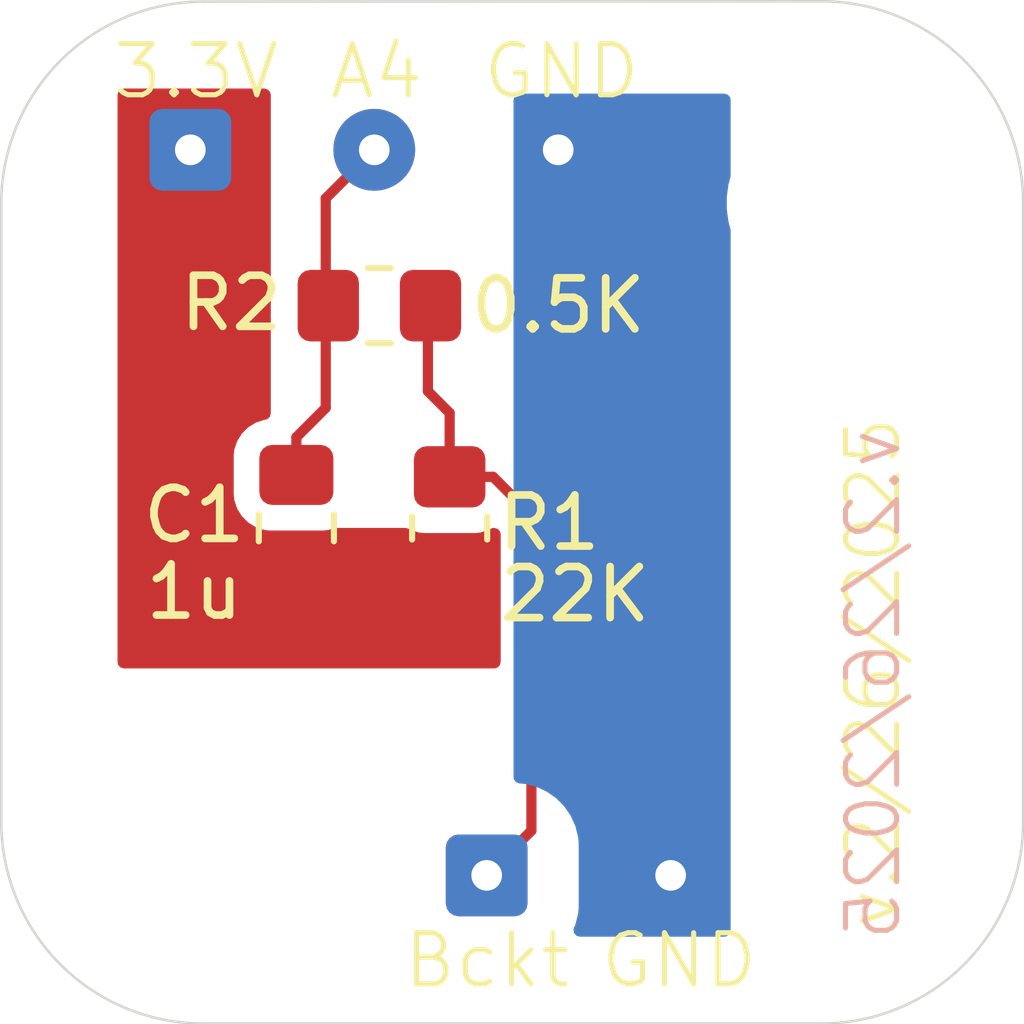
<source format=kicad_pcb>
(kicad_pcb (version 20241229) (generator "pcbnew") (generator_version "9.0")
  (layers (0 "F.Cu" signal) (2 "B.Cu" signal) (13 "F.Paste" user) (15 "B.Paste" user) (5 "F.SilkS" user "F.Silkscreen") (7 "B.SilkS" user "B.Silkscreen") (1 "F.Mask" user) (3 "B.Mask" user) (25 "Edge.Cuts" user))
  (net 0 "")
  (net 1 "A4")
  (net 2 "3.3V")
  (net 3 "/GND")
  (net 4 "Bckt_IN")
  (footprint "Capacitor_SMD:C_0805_2012Metric_Pad1.18x1.45mm_HandSolder" (layer "F.Cu") (at 142.125 95.5 90)
    (property "Reference" "C1" (at 0.25 -2 180) (layer "F.SilkS"))
    (property "Value" "1u" (at -1.25 -2 180) (layer "F.SilkS"))
    (fp_line (start -0.261252 -0.735) (end 0.261252 -0.735) (stroke (width 0.12)) (layer "F.SilkS"))
    (fp_line (start -0.261252 0.735) (end 0.261252 0.735) (stroke (width 0.12)) (layer "F.SilkS"))
    (pad "1" smd roundrect (at -1.0375 0 90) (size 1.175 1.45) (layers "F.Cu" "F.Mask" "F.Paste") (roundrect_rratio 0.212766) (net 2 "3.3V"))
    (pad "2" smd roundrect (at 1.0375 0 90) (size 1.175 1.45) (layers "F.Cu" "F.Mask" "F.Paste") (roundrect_rratio 0.212766) (net 1 "A4"))
  )
  (footprint "MountingHole:MountingHole_3.2mm_M3" (layer "F.Cu") (at 152.4 89.143072)
    (property "Reference" "H1" (hide yes))
    (property "Value" "MountingHole" (hide yes))
    (pad "" np_thru_hole circle (at 0 0) (size 3.2 3.2) (drill 3.2) (layers "*.Cu" "*.Mask"))
  )
  (footprint "Connector_Wire:SolderWire-0.1sqmm_1x03_P3.6mm_D0.4mm_OD1mm" (layer "F.Cu") (at 140.05 88.1)
    (property "Reference" "J1" (hide yes))
    (property "Value" "SolderWire 3POS" (hide yes))
    (pad "1" thru_hole roundrect (at 0 0) (size 1.6 1.6) (drill 0.6) (layers "*.Cu" "*.Mask") (roundrect_rratio 0.15625) (net 2 "3.3V"))
    (pad "2" thru_hole circle (at 3.6 0) (size 1.6 1.6) (drill 0.6) (layers "*.Cu" "*.Mask") (net 1 "A4"))
    (pad "3" thru_hole circle (at 7.2 0) (size 1.6 1.6) (drill 0.6) (layers "*.Cu" "*.Mask") (net 3 "/GND"))
  )
  (footprint "MountingHole:MountingHole_3.2mm_M3" (layer "F.Cu") (at 140.3 101.2)
    (property "Reference" "H2" (hide yes))
    (property "Value" "MountingHole" (hide yes))
    (pad "" np_thru_hole circle (at 0 0) (size 3.2 3.2) (drill 3.2) (layers "*.Cu" "*.Mask"))
  )
  (footprint "Resistor_SMD:R_0805_2012Metric_Pad1.20x1.40mm_HandSolder" (layer "F.Cu") (at 145.125 95.5 90)
    (property "Reference" "R1" (at 0.1 1.95 180) (layer "F.SilkS"))
    (property "Value" "22K" (at -1.3 2.45 180) (layer "F.SilkS"))
    (fp_line (start -0.227064 -0.735) (end 0.227064 -0.735) (stroke (width 0.12)) (layer "F.SilkS"))
    (fp_line (start -0.227064 0.735) (end 0.227064 0.735) (stroke (width 0.12)) (layer "F.SilkS"))
    (pad "1" smd roundrect (at -1 0 90) (size 1.2 1.4) (layers "F.Cu" "F.Mask" "F.Paste") (roundrect_rratio 0.208333) (net 2 "3.3V"))
    (pad "2" smd roundrect (at 1 0 90) (size 1.2 1.4) (layers "F.Cu" "F.Mask" "F.Paste") (roundrect_rratio 0.208333) (net 4 "Bckt_IN"))
  )
  (footprint "Connector_Wire:SolderWire-0.1sqmm_1x02_P3.6mm_D0.4mm_OD1mm" (layer "F.Cu") (at 145.85 102.3)
    (property "Reference" "J2" (hide yes))
    (property "Value" "SolderWire 2POS" (hide yes))
    (pad "1" thru_hole roundrect (at 0 0) (size 1.6 1.6) (drill 0.6) (layers "*.Cu" "*.Mask") (roundrect_rratio 0.15625) (net 4 "Bckt_IN"))
    (pad "2" thru_hole circle (at 3.6 0) (size 1.6 1.6) (drill 0.6) (layers "*.Cu" "*.Mask") (net 3 "/GND"))
  )
  (footprint "Resistor_SMD:R_0805_2012Metric_Pad1.20x1.40mm_HandSolder" (layer "F.Cu") (at 143.75 91.15 180)
    (property "Reference" "R2" (at 2.9 0.05 0) (layer "F.SilkS"))
    (property "Value" "0.5K" (at -3.5 0 0) (layer "F.SilkS"))
    (fp_line (start -0.227064 0.735) (end 0.227064 0.735) (stroke (width 0.12)) (layer "F.SilkS"))
    (fp_line (start -0.227064 -0.735) (end 0.227064 -0.735) (stroke (width 0.12)) (layer "F.SilkS"))
    (pad "1" smd roundrect (at -1 0 180) (size 1.2 1.4) (layers "F.Cu" "F.Mask" "F.Paste") (roundrect_rratio 0.208333) (net 4 "Bckt_IN"))
    (pad "2" smd roundrect (at 1 0 180) (size 1.2 1.4) (layers "F.Cu" "F.Mask" "F.Paste") (roundrect_rratio 0.208333) (net 1 "A4"))
  )
  (gr_line (start 140.3 85.2) (end 152.4 85.193072) (stroke (width 0.05)) (layer "Edge.Cuts"))
  (gr_arc (start 156.349999 101.25) (mid 155.193071 104.043071) (end 152.4 105.199999) (stroke (width 0.05)) (layer "Edge.Cuts"))
  (gr_line (start 152.4 105.199999) (end 140.3 105.2) (stroke (width 0.05)) (layer "Edge.Cuts"))
  (gr_line (start 156.349997 89.143072) (end 156.35 101.25) (stroke (width 0.05)) (layer "Edge.Cuts"))
  (gr_arc (start 152.4 85.193072) (mid 155.193072 86.35) (end 156.35 89.143072) (stroke (width 0.05)) (layer "Edge.Cuts"))
  (gr_arc (start 136.35 89.15) (mid 137.506928 86.356928) (end 140.3 85.2) (stroke (width 0.05)) (layer "Edge.Cuts"))
  (gr_arc (start 140.3 105.2) (mid 137.506928 104.043072) (end 136.35 101.25) (stroke (width 0.05)) (layer "Edge.Cuts"))
  (gr_line (start 136.35 101.25) (end 136.35 89.15) (stroke (width 0.05)) (layer "Edge.Cuts"))
  (gr_text "A4" (at 142.725 87.15 0) (layer "F.SilkS") (effects (font (size 1 1) (thickness 0.1)) (justify left bottom)))
  (gr_text "3.3V" (at 138.475 87.15 0) (layer "F.SilkS") (effects (font (size 1 1) (thickness 0.1)) (justify left bottom)))
  (gr_text "Bckt" (at 144.175 104.55 0) (layer "F.SilkS") (effects (font (size 1 1) (thickness 0.1)) (justify left bottom)))
  (gr_text "GND" (at 148.025 104.55 0) (layer "F.SilkS") (effects (font (size 1 1) (thickness 0.1)) (justify left bottom)))
  (gr_text "GND" (at 145.725 87.15 0) (layer "F.SilkS") (effects (font (size 1 1) (thickness 0.1)) (justify left bottom)))
  (gr_text "v.2/26/2025" (at 154 103.4 90) (layer "F.SilkS") (effects (font (size 1 1) (thickness 0.1)) (justify left bottom)))
  (gr_text "v.2/26/2025" (at 154 93.5 90) (layer "B.SilkS") (effects (font (size 1 1) (thickness 0.1)) (justify left bottom mirror)))
  (segment (start 142.7 89.05) (end 142.7 93.15) (width 0.2) (layer "F.Cu") (net 1))
  (segment (start 142.7 93.15) (end 142.125 93.725) (width 0.2) (layer "F.Cu") (net 1))
  (segment (start 142.125 93.725) (end 142.125 94.4625) (width 0.2) (layer "F.Cu") (net 1))
  (segment (start 143.825 88.1) (end 143.8 88.1) (width 0.2) (layer "F.Cu") (net 1))
  (segment (start 143.65 88.1) (end 142.7 89.05) (width 0.2) (layer "F.Cu") (net 1))
  (segment (start 144.625 97) (end 145.125 96.5) (width 0.2) (layer "F.Cu") (net 2))
  (segment (start 145.975 94.5) (end 146.725 95.25) (width 0.2) (layer "F.Cu") (net 4))
  (segment (start 144.7 91.15) (end 144.7 92.825) (width 0.2) (layer "F.Cu") (net 4))
  (segment (start 145.125 94.5) (end 145.975 94.5) (width 0.2) (layer "F.Cu") (net 4))
  (segment (start 145.125 93.25) (end 145.125 94.5) (width 0.2) (layer "F.Cu") (net 4))
  (segment (start 144.7 92.825) (end 145.125 93.25) (width 0.2) (layer "F.Cu") (net 4))
  (segment (start 146.725 95.25) (end 146.725 101.425) (width 0.2) (layer "F.Cu") (net 4))
  (segment (start 146.725 101.425) (end 145.85 102.3) (width 0.2) (layer "F.Cu") (net 4))
  (zone (net 2) (net_name "3.3V") (layer "F.Cu") (connect_pads yes (clearance 0.5)) (min_thickness 0.25) (fill yes (thermal_gap 0.5) (thermal_bridge_width 0.5))
    (polygon (pts (xy 146.175 98.25) (xy 146.175 95.5) (xy 141.625 95.5) (xy 141.625 86.9) (xy 138.625 86.9) (xy 138.625 98.25)))
  )
  (zone (net 3) (net_name "/GND") (layer "B.Cu") (priority 1) (connect_pads yes (clearance 1)) (min_thickness 0.25) (fill yes (thermal_gap 0.5) (thermal_bridge_width 0.5))
    (polygon (pts (xy 150.625 103.5) (xy 146.375 103.5) (xy 146.375 89.25) (xy 146.375 87) (xy 150.625 87)))
  )
)
</source>
